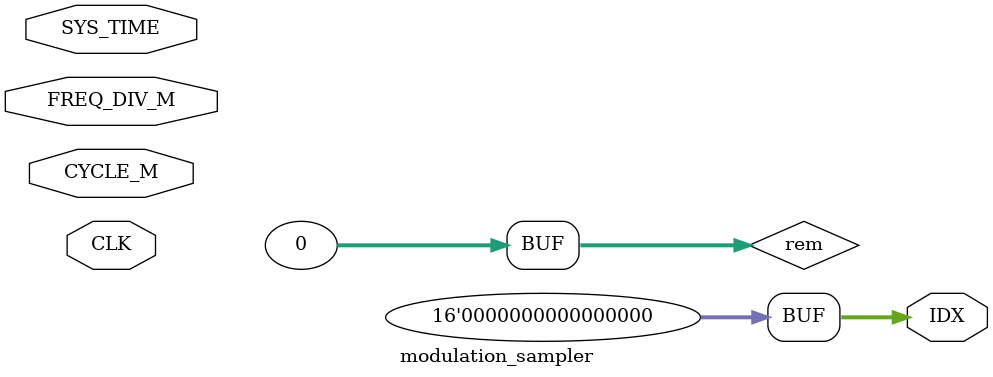
<source format=sv>
/*
 * File: modulation_sampler.sv
 * Project: modulation
 * Created Date: 24/03/2022
 * Author: Shun Suzuki
 * -----
 * Last Modified: 16/05/2023
 * Modified By: Shun Suzuki (suzuki@hapis.k.u-tokyo.ac.jp)
 * -----
 * Copyright (c) 2022-2023 Shun Suzuki. All rights reserved.
 *
 */

`timescale 1ns / 1ps
module modulation_sampler (
    input var CLK,
    input var [63:0] SYS_TIME,
    input var [15:0] CYCLE_M,
    input var [31:0] FREQ_DIV_M,
    output var [15:0] IDX
);

  bit [63:0] divined;
  bit [31:0] freq_div;
  bit [63:0] quo;
  bit [31:0] _unused_rem;
  bit [63:0] _unused_quo;
  bit [31:0] cycle;
  bit [31:0] rem = 0;

  assign IDX = rem;

  div_64_32 div_64_32_quo (
      .s_axis_dividend_tdata(divined),
      .s_axis_dividend_tvalid(1'b1),
      .s_axis_divisor_tdata(freq_div),
      .s_axis_divisor_tvalid(1'b1),
      .aclk(CLK),
      .m_axis_dout_tdata({quo, _unused_rem}),
      .m_axis_dout_tvalid()
  );

  div_64_32 div_64_32_rem (
      .s_axis_dividend_tdata(quo),
      .s_axis_dividend_tvalid(1'b1),
      .s_axis_divisor_tdata(cycle),
      .s_axis_divisor_tvalid(1'b1),
      .aclk(CLK),
      .m_axis_dout_tdata({_unused_quo, rem}),
      .m_axis_dout_tvalid()
  );

  always_ff @(posedge CLK) begin
    divined <= SYS_TIME[63:0];
    freq_div <= FREQ_DIV_M;
    cycle <= CYCLE_M + 1;
  end

endmodule

</source>
